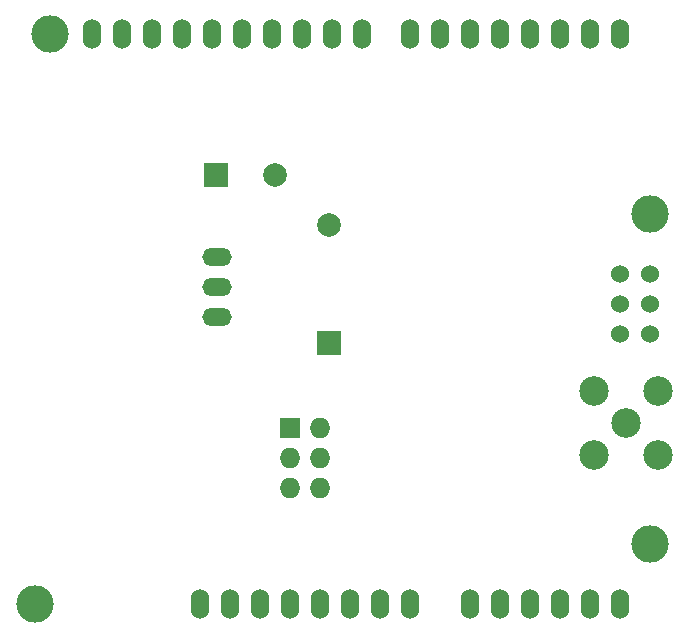
<source format=gts>
G04 #@! TF.FileFunction,Soldermask,Top*
%FSLAX46Y46*%
G04 Gerber Fmt 4.6, Leading zero omitted, Abs format (unit mm)*
G04 Created by KiCad (PCBNEW 4.0.1-3.201512221401+6198~38~ubuntu15.10.1-stable) date sáb 13 feb 2016 13:11:59 CLT*
%MOMM*%
G01*
G04 APERTURE LIST*
%ADD10C,0.150000*%
%ADD11O,1.524000X2.540000*%
%ADD12C,3.175000*%
%ADD13C,1.524000*%
%ADD14C,2.500000*%
%ADD15R,2.000000X2.000000*%
%ADD16C,2.000000*%
%ADD17O,2.499360X1.501140*%
%ADD18R,1.727200X1.727200*%
%ADD19O,1.727200X1.727200*%
G04 APERTURE END LIST*
D10*
D11*
X82080100Y-82092800D03*
X79540100Y-82092800D03*
X77000100Y-82092800D03*
X69380100Y-82092800D03*
X71920100Y-82092800D03*
X74460100Y-82092800D03*
X64300100Y-82092800D03*
X61760100Y-82092800D03*
X59220100Y-82092800D03*
X54140100Y-82092800D03*
X51600100Y-82092800D03*
X82080100Y-33832800D03*
X79540100Y-33832800D03*
X77000100Y-33832800D03*
X74460100Y-33832800D03*
X71920100Y-33832800D03*
X69380100Y-33832800D03*
X66840100Y-33832800D03*
X64300100Y-33832800D03*
X60236100Y-33832800D03*
X57696100Y-33832800D03*
X55156100Y-33832800D03*
X52616100Y-33832800D03*
X50076100Y-33832800D03*
X47536100Y-33832800D03*
X44996100Y-33832800D03*
X42456100Y-33832800D03*
X56680100Y-82092800D03*
D12*
X84620100Y-77012800D03*
X84620100Y-49072800D03*
X33820100Y-33832800D03*
X32550100Y-82092800D03*
D11*
X39916100Y-33832800D03*
X37376100Y-33832800D03*
X49060100Y-82092800D03*
X46520100Y-82092800D03*
D13*
X82080100Y-54152800D03*
X84620100Y-54152800D03*
X82080100Y-56692800D03*
X84620100Y-56692800D03*
X82080100Y-59232800D03*
X84620100Y-59232800D03*
D14*
X85300800Y-69438500D03*
X85300800Y-64038500D03*
X79900800Y-69438500D03*
X79900800Y-64038500D03*
X82600800Y-66738500D03*
D15*
X57467500Y-60020200D03*
D16*
X57467500Y-50020200D03*
D17*
X47917100Y-55257700D03*
X47917100Y-52717700D03*
X47917100Y-57797700D03*
D18*
X54140100Y-67221100D03*
D19*
X56680100Y-67221100D03*
X54140100Y-69761100D03*
X56680100Y-69761100D03*
X54140100Y-72301100D03*
X56680100Y-72301100D03*
D15*
X47891700Y-45770800D03*
D16*
X52891700Y-45770800D03*
M02*

</source>
